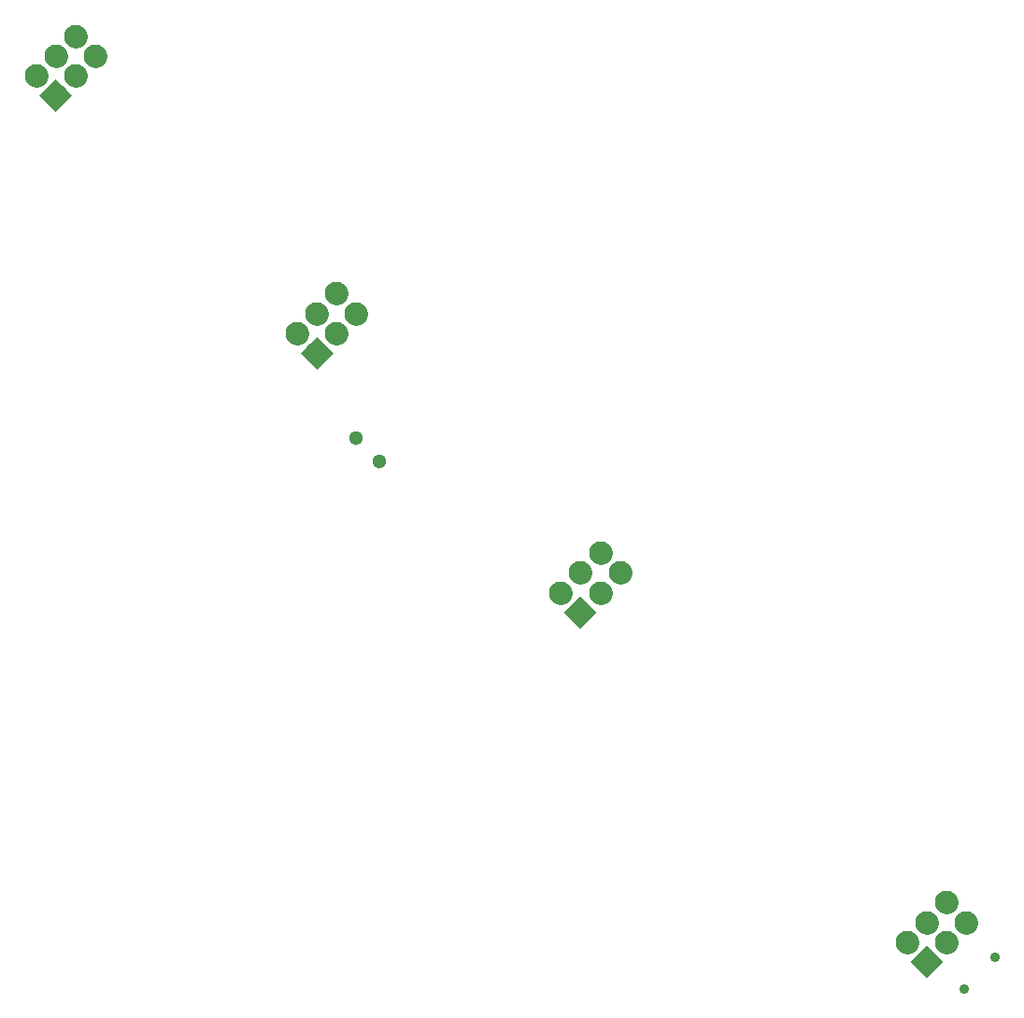
<source format=gbr>
G04 #@! TF.GenerationSoftware,KiCad,Pcbnew,5.1.2*
G04 #@! TF.CreationDate,2019-06-28T17:21:03-05:00*
G04 #@! TF.ProjectId,BatteryTotem,42617474-6572-4795-946f-74656d2e6b69,rev?*
G04 #@! TF.SameCoordinates,Original*
G04 #@! TF.FileFunction,Soldermask,Top*
G04 #@! TF.FilePolarity,Negative*
%FSLAX46Y46*%
G04 Gerber Fmt 4.6, Leading zero omitted, Abs format (unit mm)*
G04 Created by KiCad (PCBNEW 5.1.2) date 2019-06-28 17:21:03*
%MOMM*%
%LPD*%
G04 APERTURE LIST*
%ADD10C,2.100000*%
%ADD11C,2.100000*%
%ADD12C,0.100000*%
%ADD13C,1.300000*%
%ADD14C,0.900000*%
G04 APERTURE END LIST*
D10*
X174246051Y-116328948D03*
D11*
X174246051Y-116328948D02*
X174246051Y-116328948D01*
D10*
X176042102Y-118125000D03*
D11*
X176042102Y-118125000D02*
X176042102Y-118125000D01*
D10*
X172450000Y-118125000D03*
D11*
X172450000Y-118125000D02*
X172450000Y-118125000D01*
D10*
X174246051Y-119921051D03*
D11*
X174246051Y-119921051D02*
X174246051Y-119921051D01*
D10*
X170653949Y-119921051D03*
D11*
X170653949Y-119921051D02*
X170653949Y-119921051D01*
D10*
X172450000Y-121717102D03*
D12*
G36*
X173934924Y-121717102D02*
G01*
X172450000Y-123202026D01*
X170965076Y-121717102D01*
X172450000Y-120232178D01*
X173934924Y-121717102D01*
X173934924Y-121717102D01*
G37*
D10*
X141075000Y-90042102D03*
D12*
G36*
X142559924Y-90042102D02*
G01*
X141075000Y-91527026D01*
X139590076Y-90042102D01*
X141075000Y-88557178D01*
X142559924Y-90042102D01*
X142559924Y-90042102D01*
G37*
D10*
X139278949Y-88246051D03*
D11*
X139278949Y-88246051D02*
X139278949Y-88246051D01*
D10*
X142871051Y-88246051D03*
D11*
X142871051Y-88246051D02*
X142871051Y-88246051D01*
D10*
X141075000Y-86450000D03*
D11*
X141075000Y-86450000D02*
X141075000Y-86450000D01*
D10*
X144667102Y-86450000D03*
D11*
X144667102Y-86450000D02*
X144667102Y-86450000D01*
D10*
X142871051Y-84653948D03*
D11*
X142871051Y-84653948D02*
X142871051Y-84653948D01*
D10*
X117175000Y-66525000D03*
D12*
G36*
X118659924Y-66525000D02*
G01*
X117175000Y-68009924D01*
X115690076Y-66525000D01*
X117175000Y-65040076D01*
X118659924Y-66525000D01*
X118659924Y-66525000D01*
G37*
D10*
X115378949Y-64728949D03*
D11*
X115378949Y-64728949D02*
X115378949Y-64728949D01*
D10*
X118971051Y-64728949D03*
D11*
X118971051Y-64728949D02*
X118971051Y-64728949D01*
D10*
X117175000Y-62932898D03*
D11*
X117175000Y-62932898D02*
X117175000Y-62932898D01*
D10*
X120767102Y-62932898D03*
D11*
X120767102Y-62932898D02*
X120767102Y-62932898D01*
D10*
X118971051Y-61136846D03*
D11*
X118971051Y-61136846D02*
X118971051Y-61136846D01*
D10*
X95321051Y-37778948D03*
D11*
X95321051Y-37778948D02*
X95321051Y-37778948D01*
D10*
X97117102Y-39575000D03*
D11*
X97117102Y-39575000D02*
X97117102Y-39575000D01*
D10*
X93525000Y-39575000D03*
D11*
X93525000Y-39575000D02*
X93525000Y-39575000D01*
D10*
X95321051Y-41371051D03*
D11*
X95321051Y-41371051D02*
X95321051Y-41371051D01*
D10*
X91728949Y-41371051D03*
D11*
X91728949Y-41371051D02*
X91728949Y-41371051D01*
D10*
X93525000Y-43167102D03*
D12*
G36*
X95009924Y-43167102D02*
G01*
X93525000Y-44652026D01*
X92040076Y-43167102D01*
X93525000Y-41682178D01*
X95009924Y-43167102D01*
X95009924Y-43167102D01*
G37*
D13*
X122863388Y-76318592D03*
X120742068Y-74197272D03*
D14*
X175814645Y-124154594D03*
X178643072Y-121326167D03*
M02*

</source>
